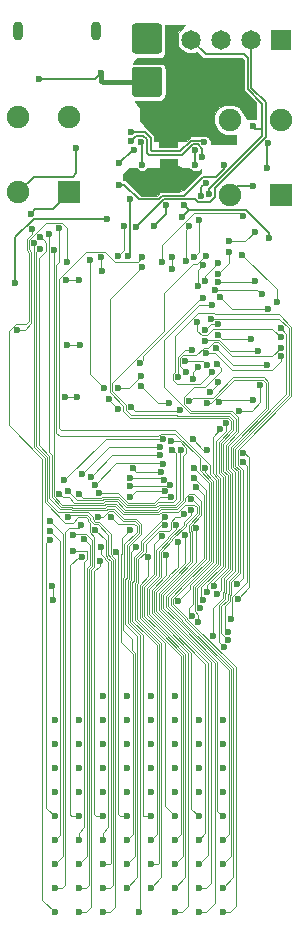
<source format=gbl>
G04 #@! TF.GenerationSoftware,KiCad,Pcbnew,5.1.8-db9833491~88~ubuntu16.04.1*
G04 #@! TF.CreationDate,2020-12-23T08:51:26-07:00*
G04 #@! TF.ProjectId,PoNS,506f4e53-2e6b-4696-9361-645f70636258,rev?*
G04 #@! TF.SameCoordinates,Original*
G04 #@! TF.FileFunction,Copper,L2,Bot*
G04 #@! TF.FilePolarity,Positive*
%FSLAX46Y46*%
G04 Gerber Fmt 4.6, Leading zero omitted, Abs format (unit mm)*
G04 Created by KiCad (PCBNEW 5.1.8-db9833491~88~ubuntu16.04.1) date 2020-12-23 08:51:26*
%MOMM*%
%LPD*%
G01*
G04 APERTURE LIST*
G04 #@! TA.AperFunction,NonConductor*
%ADD10C,0.100000*%
G04 #@! TD*
G04 #@! TA.AperFunction,ComponentPad*
%ADD11R,1.905000X1.905000*%
G04 #@! TD*
G04 #@! TA.AperFunction,ComponentPad*
%ADD12C,1.905000*%
G04 #@! TD*
G04 #@! TA.AperFunction,ComponentPad*
%ADD13C,1.651000*%
G04 #@! TD*
G04 #@! TA.AperFunction,ComponentPad*
%ADD14R,1.651000X1.651000*%
G04 #@! TD*
G04 #@! TA.AperFunction,ComponentPad*
%ADD15O,0.900000X1.600000*%
G04 #@! TD*
G04 #@! TA.AperFunction,ViaPad*
%ADD16C,0.600000*%
G04 #@! TD*
G04 #@! TA.AperFunction,Conductor*
%ADD17C,0.101600*%
G04 #@! TD*
G04 #@! TA.AperFunction,Conductor*
%ADD18C,0.200000*%
G04 #@! TD*
G04 #@! TA.AperFunction,Conductor*
%ADD19C,0.400000*%
G04 #@! TD*
G04 APERTURE END LIST*
D10*
G36*
X151993600Y-62280800D02*
G01*
X151993600Y-63398400D01*
X152196800Y-63703200D01*
X152704800Y-64008000D01*
X153314400Y-64008000D01*
X153619200Y-63906400D01*
X154127200Y-64414400D01*
X157378400Y-64414400D01*
X157581600Y-64617600D01*
X157581600Y-67157600D01*
X158597600Y-68173600D01*
X158597600Y-69596000D01*
X157784800Y-69596000D01*
X157175200Y-68580000D01*
X156667200Y-68376800D01*
X155956000Y-68376800D01*
X155346400Y-68681600D01*
X155041600Y-69291200D01*
X155041600Y-69900800D01*
X155346400Y-70510400D01*
X155651200Y-70815200D01*
X156057600Y-70916800D01*
X156870400Y-70916800D01*
X156870400Y-71729600D01*
X154736800Y-71729600D01*
X154736800Y-71424800D01*
X154533600Y-71120000D01*
X154228800Y-71018400D01*
X153111200Y-71018400D01*
X152704800Y-71424800D01*
X151892000Y-71424800D01*
X151892000Y-71932800D01*
X150368000Y-71932800D01*
X150368000Y-71424800D01*
X149961600Y-71424800D01*
X149961600Y-71018400D01*
X148742400Y-69799200D01*
X148742400Y-68681600D01*
X148336000Y-68173600D01*
X148336000Y-68072000D01*
X150571200Y-68072000D01*
X150876000Y-67767200D01*
X150977600Y-67360800D01*
X150977600Y-65532000D01*
X150876000Y-65024000D01*
X150672800Y-64922400D01*
X148132800Y-64922400D01*
X148336000Y-64617600D01*
X148539200Y-64414400D01*
X150571200Y-64414400D01*
X150774400Y-64312800D01*
X150876000Y-64008000D01*
X150876000Y-61671200D01*
X152603200Y-61671200D01*
X151993600Y-62280800D01*
G37*
X151993600Y-62280800D02*
X151993600Y-63398400D01*
X152196800Y-63703200D01*
X152704800Y-64008000D01*
X153314400Y-64008000D01*
X153619200Y-63906400D01*
X154127200Y-64414400D01*
X157378400Y-64414400D01*
X157581600Y-64617600D01*
X157581600Y-67157600D01*
X158597600Y-68173600D01*
X158597600Y-69596000D01*
X157784800Y-69596000D01*
X157175200Y-68580000D01*
X156667200Y-68376800D01*
X155956000Y-68376800D01*
X155346400Y-68681600D01*
X155041600Y-69291200D01*
X155041600Y-69900800D01*
X155346400Y-70510400D01*
X155651200Y-70815200D01*
X156057600Y-70916800D01*
X156870400Y-70916800D01*
X156870400Y-71729600D01*
X154736800Y-71729600D01*
X154736800Y-71424800D01*
X154533600Y-71120000D01*
X154228800Y-71018400D01*
X153111200Y-71018400D01*
X152704800Y-71424800D01*
X151892000Y-71424800D01*
X151892000Y-71932800D01*
X150368000Y-71932800D01*
X150368000Y-71424800D01*
X149961600Y-71424800D01*
X149961600Y-71018400D01*
X148742400Y-69799200D01*
X148742400Y-68681600D01*
X148336000Y-68173600D01*
X148336000Y-68072000D01*
X150571200Y-68072000D01*
X150876000Y-67767200D01*
X150977600Y-67360800D01*
X150977600Y-65532000D01*
X150876000Y-65024000D01*
X150672800Y-64922400D01*
X148132800Y-64922400D01*
X148336000Y-64617600D01*
X148539200Y-64414400D01*
X150571200Y-64414400D01*
X150774400Y-64312800D01*
X150876000Y-64008000D01*
X150876000Y-61671200D01*
X152603200Y-61671200D01*
X151993600Y-62280800D01*
G36*
X151892000Y-73456800D02*
G01*
X151993600Y-73558400D01*
X152400000Y-73761600D01*
X152908000Y-73761600D01*
X153212800Y-73964800D01*
X153720800Y-73964800D01*
X153924000Y-73863200D01*
X153924000Y-74168000D01*
X152501600Y-75590400D01*
X152298400Y-75590400D01*
X152095200Y-75793600D01*
X150469600Y-75793600D01*
X150164800Y-76098400D01*
X148844000Y-76098400D01*
X147523200Y-74777600D01*
X147320000Y-74777600D01*
X147320000Y-74269600D01*
X147828000Y-73761600D01*
X148539200Y-73761600D01*
X148742400Y-73964800D01*
X149148800Y-73964800D01*
X149352000Y-73761600D01*
X150469600Y-73761600D01*
X150469600Y-72948800D01*
X151892000Y-72948800D01*
X151892000Y-73456800D01*
G37*
X151892000Y-73456800D02*
X151993600Y-73558400D01*
X152400000Y-73761600D01*
X152908000Y-73761600D01*
X153212800Y-73964800D01*
X153720800Y-73964800D01*
X153924000Y-73863200D01*
X153924000Y-74168000D01*
X152501600Y-75590400D01*
X152298400Y-75590400D01*
X152095200Y-75793600D01*
X150469600Y-75793600D01*
X150164800Y-76098400D01*
X148844000Y-76098400D01*
X147523200Y-74777600D01*
X147320000Y-74777600D01*
X147320000Y-74269600D01*
X147828000Y-73761600D01*
X148539200Y-73761600D01*
X148742400Y-73964800D01*
X149148800Y-73964800D01*
X149352000Y-73761600D01*
X150469600Y-73761600D01*
X150469600Y-72948800D01*
X151892000Y-72948800D01*
X151892000Y-73456800D01*
G04 #@! TA.AperFunction,ComponentPad*
G36*
G01*
X148077000Y-67471401D02*
X148077000Y-65421399D01*
G75*
G02*
X148326999Y-65171400I249999J0D01*
G01*
X150377001Y-65171400D01*
G75*
G02*
X150627000Y-65421399I0J-249999D01*
G01*
X150627000Y-67471401D01*
G75*
G02*
X150377001Y-67721400I-249999J0D01*
G01*
X148326999Y-67721400D01*
G75*
G02*
X148077000Y-67471401I0J249999D01*
G01*
G37*
G04 #@! TD.AperFunction*
G04 #@! TA.AperFunction,ComponentPad*
G36*
G01*
X148077000Y-63813801D02*
X148077000Y-61763799D01*
G75*
G02*
X148326999Y-61513800I249999J0D01*
G01*
X150377001Y-61513800D01*
G75*
G02*
X150627000Y-61763799I0J-249999D01*
G01*
X150627000Y-63813801D01*
G75*
G02*
X150377001Y-64063800I-249999J0D01*
G01*
X148326999Y-64063800D01*
G75*
G02*
X148077000Y-63813801I0J249999D01*
G01*
G37*
G04 #@! TD.AperFunction*
D11*
X142773400Y-75819000D03*
D12*
X138455400Y-75819000D03*
X138455400Y-69453000D03*
X142773400Y-69453000D03*
D11*
X160655000Y-76022200D03*
D12*
X156337000Y-76022200D03*
X156337000Y-69656200D03*
X160655000Y-69656200D03*
D13*
X153111200Y-62890400D03*
X155651200Y-62890400D03*
X158191200Y-62890400D03*
D14*
X160731200Y-62890400D03*
D15*
X138393900Y-62166500D03*
X144993900Y-62166500D03*
D16*
X151790400Y-74066400D03*
X150266400Y-74574400D03*
X150876000Y-74574400D03*
X151485600Y-74574400D03*
X152704800Y-74574400D03*
X149047200Y-74574400D03*
X148437600Y-74574400D03*
X150571200Y-75082400D03*
X151790400Y-75082400D03*
X149656800Y-75590400D03*
X149047200Y-75590400D03*
X150164800Y-70510400D03*
X151384000Y-70510400D03*
X151688800Y-71018400D03*
X152603200Y-70510400D03*
X153517600Y-70002400D03*
X150164800Y-69494400D03*
X154432000Y-70510400D03*
X154432000Y-69494400D03*
X154127200Y-68986400D03*
X152298400Y-68986400D03*
X151079200Y-68986400D03*
X150469600Y-68986400D03*
X149250400Y-68986400D03*
X151384000Y-68478400D03*
X152603200Y-68478400D03*
X153212800Y-68478400D03*
X153822400Y-68478400D03*
X151688800Y-66852800D03*
X151688800Y-65328800D03*
X151688800Y-63906400D03*
X152298400Y-64617600D03*
X152298400Y-66141600D03*
X152298400Y-67564000D03*
X154838400Y-68376800D03*
X153111200Y-65328800D03*
X153009600Y-66751200D03*
X153416000Y-67564000D03*
X154838400Y-67259200D03*
X154025600Y-66141600D03*
X155143200Y-65735200D03*
X156565600Y-65735200D03*
X155956000Y-66852800D03*
X156870400Y-67056000D03*
X154127200Y-67970400D03*
X154025600Y-67056000D03*
X154940000Y-66446400D03*
X155854400Y-66141600D03*
X151993600Y-69494400D03*
X151993600Y-70510400D03*
X150774400Y-70510400D03*
X141528800Y-136753600D03*
X139598400Y-78943200D03*
X153416000Y-72237600D03*
X153416000Y-73456800D03*
X158292800Y-75285600D03*
X154330400Y-74980800D03*
X153945565Y-76162955D03*
X143357600Y-72034400D03*
X140208000Y-66243200D03*
X145491200Y-65735200D03*
X142443200Y-93167200D03*
X143459200Y-93167200D03*
X142544800Y-88696800D03*
X143560800Y-83210400D03*
X151485600Y-81280000D03*
X145491200Y-81280000D03*
X143648429Y-88710771D03*
X151476056Y-82305405D03*
X155340797Y-81799565D03*
X146887316Y-94174114D03*
X147995285Y-94004180D03*
X154234438Y-87464812D03*
X154253601Y-83292944D03*
X152117536Y-94266527D03*
X155327076Y-86955023D03*
X152603209Y-90051653D03*
X154434744Y-90426744D03*
X146110908Y-93277029D03*
X142457171Y-83224371D03*
X145525492Y-82506157D03*
X138176000Y-83515200D03*
X159662092Y-79707508D03*
X145932900Y-78064100D03*
X152331979Y-77919210D03*
X152501600Y-76911200D03*
X158292800Y-70205600D03*
X154624775Y-75977847D03*
X155752800Y-134721600D03*
X141928653Y-101330355D03*
X153347082Y-99177849D03*
X151392841Y-96899724D03*
X153720800Y-134721600D03*
X142646400Y-101092000D03*
X152187726Y-97645645D03*
X153096758Y-101803207D03*
X151688800Y-134721600D03*
X143572709Y-101380767D03*
X151489696Y-97593003D03*
X153096981Y-102704821D03*
X149656800Y-134721600D03*
X142314606Y-100205410D03*
X150726530Y-96685167D03*
X152470478Y-103027029D03*
X147624800Y-134721600D03*
X145200904Y-103271910D03*
X145592800Y-134721600D03*
X142646400Y-103327200D03*
X143560800Y-134721600D03*
X143077111Y-104848942D03*
X141528800Y-134721600D03*
X143777176Y-104003445D03*
X155752800Y-132689600D03*
X143816916Y-99675156D03*
X153314400Y-99974394D03*
X150479442Y-97340120D03*
X153720800Y-132689600D03*
X144576800Y-99872800D03*
X150410017Y-98036681D03*
X152541866Y-104830830D03*
X151688800Y-132689600D03*
X144902590Y-100550555D03*
X150677116Y-98778532D03*
X151790400Y-103936796D03*
X149656800Y-132689600D03*
X145239907Y-101245033D03*
X151361272Y-101594277D03*
X150849702Y-104002285D03*
X147624800Y-132689600D03*
X146304127Y-103266850D03*
X145592800Y-132689600D03*
X144983223Y-104375132D03*
X143560800Y-132689600D03*
X143969881Y-105163357D03*
X141528800Y-132689600D03*
X141122400Y-103632000D03*
X141528800Y-130657600D03*
X141122400Y-104444800D03*
X143560800Y-130657600D03*
X143052808Y-106153775D03*
X145592800Y-130657600D03*
X145423120Y-105881576D03*
X147624800Y-130657600D03*
X147921317Y-104360375D03*
X149656800Y-130657600D03*
X147936497Y-101627910D03*
X150840615Y-103302332D03*
X150854400Y-101111474D03*
X151688800Y-130657600D03*
X147936432Y-100699749D03*
X150637743Y-104903896D03*
X151308898Y-100579068D03*
X153720800Y-130657600D03*
X150753308Y-100145258D03*
X147939677Y-99999745D03*
X151950576Y-105417778D03*
X155752800Y-130657600D03*
X148132800Y-99161600D03*
X150547288Y-99466400D03*
X153463007Y-100775338D03*
X141528800Y-128625600D03*
X141126873Y-105216357D03*
X143560800Y-128625600D03*
X143839287Y-106671077D03*
X145592800Y-128625600D03*
X145345731Y-106984804D03*
X147624800Y-128625600D03*
X146747364Y-106228893D03*
X149656800Y-128625600D03*
X148390177Y-105866816D03*
X151688800Y-128625600D03*
X149453599Y-106680001D03*
X153720800Y-128625600D03*
X150977596Y-106476796D03*
X155752800Y-128625600D03*
X153520180Y-104219456D03*
X155752800Y-126593600D03*
X156425379Y-111909159D03*
X153212800Y-96723200D03*
X154460676Y-97637600D03*
X157480000Y-98653600D03*
X153720800Y-126593600D03*
X155856418Y-114331663D03*
X152925556Y-93484697D03*
X151688800Y-126593600D03*
X148844000Y-92211568D03*
X151214419Y-93625323D03*
X154918915Y-113394185D03*
X154452230Y-93640116D03*
X149656800Y-126593600D03*
X147624800Y-126593600D03*
X160655325Y-88988819D03*
X152671249Y-91020812D03*
X145592800Y-126593600D03*
X151993589Y-110439189D03*
X154259068Y-99128752D03*
X143560800Y-126593600D03*
X158954890Y-92130898D03*
X157175200Y-94284800D03*
X141528800Y-126593600D03*
X158337741Y-93370400D03*
X155448000Y-93590692D03*
X155752800Y-124561600D03*
X157016400Y-110227214D03*
X157480000Y-97840800D03*
X155346762Y-91857950D03*
X154637466Y-92738504D03*
X153720800Y-124561600D03*
X156937682Y-108938082D03*
X154832420Y-91033600D03*
X151688800Y-124561600D03*
X155308346Y-109780801D03*
X155281137Y-90387663D03*
X149656800Y-124561600D03*
X141349405Y-110361405D03*
X141321477Y-109114277D03*
X153633164Y-90613236D03*
X153212800Y-91590515D03*
X148844000Y-91338400D03*
X146913600Y-92354400D03*
X142544800Y-81686400D03*
X144560829Y-81559020D03*
X145694400Y-92354400D03*
X138379200Y-87477600D03*
X147624800Y-124561600D03*
X160695072Y-89687701D03*
X154330400Y-89408000D03*
X145592800Y-124561600D03*
X159547395Y-90414995D03*
X155159613Y-88978550D03*
X143560800Y-124540761D03*
X158745651Y-89230083D03*
X154228800Y-88392000D03*
X158136120Y-88248812D03*
X141528778Y-124561578D03*
X155338239Y-87856634D03*
X155752800Y-122529600D03*
X156223748Y-113021188D03*
X154796178Y-86498774D03*
X153720800Y-122529600D03*
X160650630Y-88087194D03*
X153619200Y-86766400D03*
X151688800Y-122529600D03*
X154836014Y-85344004D03*
X154987188Y-109158809D03*
X149656800Y-122529600D03*
X153828193Y-111025292D03*
X148742400Y-90290138D03*
X154109869Y-84791590D03*
X156014990Y-95372821D03*
X147624800Y-122529600D03*
X159613600Y-85648800D03*
X155542365Y-84644024D03*
X145592800Y-122529600D03*
X159049204Y-84455717D03*
X155117391Y-84087774D03*
X143560800Y-122529600D03*
X155354698Y-83426302D03*
X158495998Y-83312000D03*
X141528800Y-122529600D03*
X155379791Y-82701177D03*
X156322426Y-80829190D03*
X155752800Y-120497600D03*
X157378400Y-81076800D03*
X160650630Y-87269637D03*
X160328429Y-85058192D03*
X156223748Y-113721191D03*
X153720800Y-120497600D03*
X158452713Y-79135657D03*
X156258815Y-79927579D03*
X151688800Y-120497600D03*
X154330400Y-81178400D03*
X154406735Y-109683646D03*
X149656800Y-120497600D03*
X154127192Y-81988110D03*
X153687873Y-83705217D03*
X153696321Y-112171568D03*
X155540496Y-95887477D03*
X153176421Y-89142974D03*
X151993600Y-91440000D03*
X147624800Y-120497600D03*
X153314400Y-81263100D03*
X153720800Y-78130400D03*
X145592800Y-120497600D03*
X152908000Y-78679190D03*
X152651190Y-81605584D03*
X143560800Y-120497600D03*
X141528800Y-120497600D03*
X150977600Y-76911200D03*
X149961600Y-78682800D03*
X151688800Y-118465600D03*
X154055385Y-110319756D03*
X148945600Y-82092800D03*
X149656800Y-118465600D03*
X148945600Y-81292799D03*
X153188089Y-111689919D03*
X147726400Y-81235600D03*
X147929600Y-76411200D03*
X159512000Y-73761600D03*
X159616928Y-71631328D03*
X148437600Y-78740000D03*
X147624800Y-118465600D03*
X147421600Y-78638400D03*
X146913600Y-81235590D03*
X145592800Y-118465600D03*
X155752800Y-136753600D03*
X141935200Y-78854400D03*
X153720800Y-136753600D03*
X141471600Y-80714800D03*
X151688800Y-136753600D03*
X141038408Y-79305200D03*
X148640800Y-136753600D03*
X140296576Y-79565824D03*
X145592800Y-136753600D03*
X140252400Y-80607410D03*
X143560800Y-136753600D03*
X139801600Y-80060800D03*
X154025600Y-72847200D03*
X148031200Y-71424800D03*
X148234400Y-72237600D03*
X147015200Y-73355200D03*
X150630043Y-81729157D03*
X157480000Y-77825600D03*
X139484445Y-77610045D03*
X148945600Y-73456800D03*
X148844000Y-71526400D03*
X155854400Y-73456800D03*
X147015200Y-75184000D03*
X154190355Y-71564845D03*
X148031200Y-70713600D03*
D17*
X137668000Y-95548009D02*
X137668000Y-88595200D01*
X141528800Y-136753600D02*
X140469798Y-135694598D01*
X140469798Y-98349807D02*
X137668000Y-95548009D01*
X140469798Y-135694598D02*
X140469798Y-98349807D01*
X137668000Y-87521614D02*
X138220014Y-86969600D01*
X137668000Y-88595200D02*
X137668000Y-87521614D01*
X139090400Y-86969600D02*
X139347571Y-86712429D01*
X138220014Y-86969600D02*
X139090400Y-86969600D01*
X139347571Y-80907889D02*
X139149189Y-80709508D01*
X139347571Y-86712429D02*
X139347571Y-80907889D01*
X139149189Y-79760906D02*
X139357296Y-79552800D01*
X139149189Y-80709508D02*
X139149189Y-79760906D01*
X139598400Y-79311696D02*
X139598400Y-78943200D01*
X139357296Y-79552800D02*
X139598400Y-79311696D01*
D18*
X153416000Y-72237600D02*
X153416000Y-73456800D01*
X157073600Y-75285600D02*
X156337000Y-76022200D01*
X158292800Y-75285600D02*
X157073600Y-75285600D01*
X154330400Y-74980800D02*
X153945565Y-75365635D01*
X153945565Y-75365635D02*
X153945565Y-76162955D01*
X143357600Y-72034400D02*
X143357600Y-74168000D01*
X143357600Y-74168000D02*
X143052800Y-74472800D01*
X139801600Y-74472800D02*
X138455400Y-75819000D01*
X143052800Y-74472800D02*
X139801600Y-74472800D01*
X140208000Y-66243200D02*
X144983200Y-66243200D01*
D19*
X149352000Y-66446400D02*
X145592800Y-66446400D01*
D18*
X144983200Y-66243200D02*
X145491200Y-65735200D01*
D19*
X145592800Y-66446400D02*
X145491200Y-66344800D01*
X145491200Y-66344800D02*
X145491200Y-65735200D01*
D17*
X142443200Y-93167200D02*
X143459200Y-93167200D01*
X142544800Y-88696800D02*
X143634458Y-88696800D01*
X143634458Y-88696800D02*
X143648429Y-88710771D01*
X151485600Y-81280000D02*
X151485600Y-82295861D01*
X151485600Y-82295861D02*
X151476056Y-82305405D01*
X154253601Y-82886761D02*
X154253601Y-83292944D01*
X155340797Y-81799565D02*
X154253601Y-82886761D01*
X152079884Y-94304179D02*
X152117536Y-94266527D01*
X147995285Y-94004180D02*
X148295284Y-94304179D01*
X148295284Y-94304179D02*
X152079884Y-94304179D01*
X154234438Y-87464812D02*
X154744227Y-86955023D01*
X154744227Y-86955023D02*
X155327076Y-86955023D01*
X152603209Y-90051653D02*
X154059653Y-90051653D01*
X154059653Y-90051653D02*
X154434744Y-90426744D01*
X146110908Y-93397706D02*
X146110908Y-93277029D01*
X146887316Y-94174114D02*
X146110908Y-93397706D01*
X142471142Y-83210400D02*
X142457171Y-83224371D01*
X143560800Y-83210400D02*
X142471142Y-83210400D01*
X145491200Y-82471865D02*
X145525492Y-82506157D01*
X145491200Y-81280000D02*
X145491200Y-82471865D01*
D18*
X138176000Y-79625598D02*
X139737498Y-78064100D01*
X138176000Y-83515200D02*
X138176000Y-79625598D01*
X139737498Y-78064100D02*
X145932900Y-78064100D01*
X159662092Y-79707508D02*
X159662092Y-79283244D01*
X159662092Y-79283244D02*
X157696448Y-77317600D01*
X157696448Y-77317600D02*
X152933589Y-77317600D01*
X152933589Y-77317600D02*
X152331979Y-77919210D01*
X152908000Y-77317600D02*
X152501600Y-76911200D01*
X152933589Y-77317600D02*
X152908000Y-77317600D01*
X158518668Y-70431468D02*
X158292800Y-70205600D01*
X159110390Y-70431468D02*
X158518668Y-70431468D01*
X159110390Y-71003746D02*
X154624775Y-75489361D01*
X159110390Y-70431468D02*
X159110390Y-71003746D01*
X154624775Y-75489361D02*
X154624775Y-75977847D01*
X154330400Y-64109600D02*
X153111200Y-62890400D01*
X157581600Y-64109600D02*
X154330400Y-64109600D01*
X159110390Y-70431468D02*
X159110390Y-68297868D01*
X159110390Y-68297868D02*
X157886400Y-67073878D01*
X157886400Y-67073878D02*
X157886400Y-64414400D01*
X157886400Y-64414400D02*
X157581600Y-64109600D01*
D17*
X150423484Y-102448300D02*
X151811780Y-102448300D01*
X142733164Y-101630354D02*
X143204406Y-102101596D01*
X152107884Y-96899724D02*
X151392841Y-96899724D01*
X152638527Y-97430367D02*
X152107884Y-96899724D01*
X152638527Y-97862030D02*
X152638527Y-97430367D01*
X147498847Y-102683545D02*
X150188239Y-102683545D01*
X150188239Y-102683545D02*
X150423484Y-102448300D01*
X145649792Y-102101596D02*
X145770037Y-101981351D01*
X152379606Y-98120951D02*
X152638527Y-97862030D01*
X143204406Y-102101596D02*
X145649792Y-102101596D01*
X152379606Y-101880474D02*
X152379606Y-98120951D01*
X142228652Y-101630354D02*
X142733164Y-101630354D01*
X151811780Y-102448300D02*
X152379606Y-101880474D01*
X145770037Y-101981351D02*
X146796654Y-101981351D01*
X141928653Y-101330355D02*
X142228652Y-101630354D01*
X146796654Y-101981351D02*
X147498847Y-102683545D01*
X151341176Y-110739085D02*
X151341176Y-110139293D01*
X152591701Y-108884129D02*
X154555836Y-106919994D01*
X153347082Y-99179562D02*
X153347082Y-99177849D01*
X154555836Y-100388316D02*
X153347082Y-99179562D01*
X154555836Y-106919994D02*
X154555836Y-100388316D01*
X152544122Y-111942031D02*
X151341176Y-110739085D01*
X152591701Y-108888768D02*
X152591701Y-108884129D01*
X151341176Y-110139293D02*
X152591701Y-108888768D01*
X156668789Y-116106018D02*
X152544122Y-111981351D01*
X156668789Y-133805611D02*
X156668789Y-116106018D01*
X152544122Y-111981351D02*
X152544122Y-111942031D01*
X155752800Y-134721600D02*
X156668789Y-133805611D01*
X152148005Y-97685366D02*
X152187726Y-97645645D01*
X151728270Y-102246689D02*
X152148005Y-101826954D01*
X146880164Y-101779740D02*
X147582357Y-102481934D01*
X145686527Y-101779740D02*
X146880164Y-101779740D01*
X145566282Y-101899985D02*
X145686527Y-101779740D01*
X147582357Y-102481934D02*
X150104729Y-102481934D01*
X142646400Y-101092000D02*
X143454385Y-101899985D01*
X152148005Y-101826954D02*
X152148005Y-97685366D01*
X143454385Y-101899985D02*
X145566282Y-101899985D01*
X150104729Y-102481934D02*
X150339974Y-102246689D01*
X150339974Y-102246689D02*
X151728270Y-102246689D01*
X152992668Y-104614444D02*
X152865187Y-104486963D01*
X153749402Y-102370640D02*
X153181969Y-101803207D01*
X151601168Y-108430354D02*
X152992668Y-107038854D01*
X151601168Y-108453696D02*
X151601168Y-108430354D01*
X152992668Y-107038854D02*
X152992668Y-104614444D01*
X151536067Y-112359581D02*
X150333121Y-111156635D01*
X153181969Y-101803207D02*
X153096758Y-101803207D01*
X154735210Y-115598044D02*
X151536067Y-112398901D01*
X153720800Y-134721600D02*
X154322400Y-134721600D01*
X152865187Y-104486963D02*
X152865187Y-103941704D01*
X151536067Y-112398901D02*
X151536067Y-112359581D01*
X154322400Y-134721600D02*
X154735210Y-134308790D01*
X154735210Y-134308790D02*
X154735210Y-115598044D01*
X150333121Y-109721743D02*
X151601168Y-108453696D01*
X152865187Y-103941704D02*
X153749402Y-103057489D01*
X150333121Y-111156635D02*
X150333121Y-109721743D01*
X153749402Y-103057489D02*
X153749402Y-102370640D01*
X143572709Y-101380767D02*
X143887777Y-101695835D01*
X145573999Y-101578129D02*
X146963674Y-101578129D01*
X151812073Y-101810662D02*
X151812073Y-97915380D01*
X147665867Y-102280323D02*
X150021219Y-102280323D01*
X151789695Y-97893002D02*
X151489696Y-97593003D01*
X151812073Y-97915380D02*
X151789695Y-97893002D01*
X143887777Y-101695835D02*
X145456293Y-101695835D01*
X146963674Y-101578129D02*
X147665867Y-102280323D01*
X150021219Y-102280323D02*
X150256464Y-102045078D01*
X145456293Y-101695835D02*
X145573999Y-101578129D01*
X151577657Y-102045078D02*
X151812073Y-101810662D01*
X150256464Y-102045078D02*
X151577657Y-102045078D01*
X152603200Y-133807200D02*
X152603200Y-114891639D01*
X150528012Y-112777131D02*
X149325066Y-111574185D01*
X149325066Y-111574185D02*
X149325066Y-109304193D01*
X151298163Y-105117882D02*
X152461965Y-103954080D01*
X152461965Y-103764101D02*
X153096981Y-103129085D01*
X153096981Y-103129085D02*
X153096981Y-102704821D01*
X152461965Y-103954080D02*
X152461965Y-103764101D01*
X151298163Y-105197823D02*
X151298163Y-105117882D01*
X150528012Y-112816451D02*
X150528012Y-112777131D01*
X150325183Y-106170803D02*
X151298163Y-105197823D01*
X152603200Y-114891639D02*
X150528012Y-112816451D01*
X150325183Y-108304077D02*
X150325183Y-106170803D01*
X149325066Y-109304193D02*
X150325183Y-108304077D01*
X151688800Y-134721600D02*
X152603200Y-133807200D01*
X142314606Y-100205410D02*
X145834679Y-96685337D01*
X145834679Y-96685337D02*
X150726360Y-96685337D01*
X150726360Y-96685337D02*
X150726530Y-96685167D01*
X151339598Y-103720414D02*
X151732984Y-103327028D01*
X148620233Y-106874188D02*
X149244200Y-106250221D01*
X149721568Y-113111171D02*
X148518630Y-111908233D01*
X152170479Y-103327028D02*
X152470478Y-103027029D01*
X148518630Y-108970148D02*
X148620233Y-108868545D01*
X149244200Y-105603757D02*
X150394871Y-104453086D01*
X149244200Y-106250221D02*
X149244200Y-105603757D01*
X150394871Y-104453086D02*
X151173965Y-104453086D01*
X151339598Y-104287453D02*
X151339598Y-103720414D01*
X149656800Y-134721600D02*
X150571200Y-133807200D01*
X150571200Y-133807200D02*
X150571200Y-114000122D01*
X148518630Y-111908233D02*
X148518630Y-108970148D01*
X151173965Y-104453086D02*
X151339598Y-104287453D01*
X149721568Y-113150491D02*
X149721568Y-113111171D01*
X150571200Y-114000122D02*
X149721568Y-113150491D01*
X148620233Y-108868545D02*
X148620233Y-106874188D01*
X151732984Y-103327028D02*
X152170479Y-103327028D01*
X146109282Y-102787796D02*
X145625168Y-103271910D01*
X148306125Y-103660880D02*
X147335699Y-103660880D01*
X148658642Y-104013397D02*
X148306125Y-103660880D01*
X147612178Y-108450989D02*
X147612178Y-105672407D01*
X147510567Y-108552600D02*
X147612178Y-108450989D01*
X146462616Y-102787796D02*
X146109282Y-102787796D01*
X148539200Y-113354407D02*
X147510567Y-112325775D01*
X147335699Y-103660880D02*
X146462616Y-102787796D01*
X148658642Y-104625943D02*
X148658642Y-104013397D01*
X148539200Y-133807200D02*
X148539200Y-113354407D01*
X145625168Y-103271910D02*
X145200904Y-103271910D01*
X147624800Y-134721600D02*
X148539200Y-133807200D01*
X147612178Y-105672407D02*
X148658642Y-104625943D01*
X147510567Y-112325775D02*
X147510567Y-108552600D01*
X146199755Y-106601392D02*
X146075542Y-106477180D01*
X146194400Y-134721600D02*
X146464388Y-134451612D01*
X146464388Y-106933845D02*
X146199755Y-106669212D01*
X146075542Y-104800263D02*
X145199609Y-103924330D01*
X144548491Y-103576168D02*
X144548491Y-103426998D01*
X145592800Y-134721600D02*
X146194400Y-134721600D01*
X146075542Y-106477180D02*
X146075542Y-104800263D01*
X144548491Y-103426998D02*
X144231144Y-103109651D01*
X146199755Y-106669212D02*
X146199755Y-106601392D01*
X145199609Y-103924330D02*
X144896653Y-103924330D01*
X144231144Y-103109651D02*
X142863949Y-103109651D01*
X146464388Y-134451612D02*
X146464388Y-106933845D01*
X144896653Y-103924330D02*
X144548491Y-103576168D01*
X142863949Y-103109651D02*
X142646400Y-103327200D01*
X143560800Y-134721600D02*
X144162400Y-134721600D01*
X144162400Y-134721600D02*
X144432388Y-134451612D01*
X144432388Y-134451612D02*
X144432388Y-107700902D01*
X144161295Y-104712555D02*
X143213498Y-104712555D01*
X143213498Y-104712555D02*
X143077111Y-104848942D01*
X144693310Y-107439980D02*
X144693310Y-105244570D01*
X144432388Y-107700902D02*
X144693310Y-107439980D01*
X144693310Y-105244570D02*
X144161295Y-104712555D01*
X141528800Y-134721600D02*
X142130400Y-134721600D01*
X142777215Y-104196529D02*
X143584092Y-104196529D01*
X143584092Y-104196529D02*
X143777176Y-104003445D01*
X142400387Y-104573357D02*
X142777215Y-104196529D01*
X142400387Y-134451613D02*
X142400387Y-104573357D01*
X142130400Y-134721600D02*
X142400387Y-134451613D01*
X146151952Y-97340120D02*
X150479442Y-97340120D01*
X143816916Y-99675156D02*
X146151952Y-97340120D01*
X151139565Y-110055783D02*
X151139565Y-110822595D01*
X156467178Y-131975222D02*
X155752800Y-132689600D01*
X153314400Y-99974394D02*
X154354225Y-101014219D01*
X152342511Y-112064861D02*
X156467178Y-116189528D01*
X154354225Y-106836482D02*
X152390090Y-108800617D01*
X152342511Y-112025541D02*
X152342511Y-112064861D01*
X156467178Y-116189528D02*
X156467178Y-131975222D01*
X152390090Y-108805258D02*
X151139565Y-110055783D01*
X151139565Y-110822595D02*
X152342511Y-112025541D01*
X152390090Y-108800617D02*
X152390090Y-108805258D01*
X154354225Y-101014219D02*
X154354225Y-106836482D01*
X144576800Y-99872800D02*
X146412919Y-98036681D01*
X146412919Y-98036681D02*
X150410017Y-98036681D01*
X151334456Y-112443091D02*
X150131510Y-111240145D01*
X151399557Y-108370186D02*
X151399557Y-108343060D01*
X151399557Y-108343060D02*
X152541866Y-107200751D01*
X153720800Y-132689600D02*
X154492377Y-131918023D01*
X151334456Y-112482411D02*
X151334456Y-112443091D01*
X150131510Y-111240145D02*
X150131510Y-109638233D01*
X152541866Y-107200751D02*
X152541866Y-104830830D01*
X154492377Y-115640332D02*
X151334456Y-112482411D01*
X150131510Y-109638233D02*
X151399557Y-108370186D01*
X154492377Y-131918023D02*
X154492377Y-115640332D01*
X144902590Y-100550555D02*
X146742346Y-98710799D01*
X150609383Y-98710799D02*
X150677116Y-98778532D01*
X146742346Y-98710799D02*
X150609383Y-98710799D01*
X151096552Y-105112273D02*
X151096552Y-105034372D01*
X150326401Y-112860641D02*
X149123455Y-111657695D01*
X150326401Y-112899961D02*
X150326401Y-112860641D01*
X149123455Y-109220683D02*
X150123572Y-108220567D01*
X152400000Y-114973560D02*
X150326401Y-112899961D01*
X151688800Y-132689600D02*
X152400000Y-131978400D01*
X151096552Y-105034372D02*
X151790400Y-104340524D01*
X150123572Y-106085253D02*
X151096552Y-105112273D01*
X150123572Y-108220567D02*
X150123572Y-106085253D01*
X149123455Y-111657695D02*
X149123455Y-109220683D01*
X152400000Y-131978400D02*
X152400000Y-114973560D01*
X151790400Y-104340524D02*
X151790400Y-103936796D01*
X148418622Y-106790678D02*
X149042589Y-106166711D01*
X145239907Y-101245033D02*
X146915698Y-101245033D01*
X149042589Y-105513128D02*
X150553432Y-104002285D01*
X148317019Y-108886638D02*
X148418622Y-108785035D01*
X149937709Y-102078712D02*
X150422144Y-101594277D01*
X149519957Y-113234001D02*
X149519957Y-113194681D01*
X149656800Y-132689600D02*
X150258400Y-132689600D01*
X147749377Y-102078712D02*
X149937709Y-102078712D01*
X149519957Y-113194681D02*
X148317019Y-111991743D01*
X150258400Y-132689600D02*
X150368000Y-132580000D01*
X148317019Y-111991743D02*
X148317019Y-108886638D01*
X150553432Y-104002285D02*
X150849702Y-104002285D01*
X149042589Y-106166711D02*
X149042589Y-105513128D01*
X150368000Y-114082043D02*
X149519957Y-113234001D01*
X148418622Y-108785035D02*
X148418622Y-106790678D01*
X150368000Y-132580000D02*
X150368000Y-114082043D01*
X146915698Y-101245033D02*
X147749377Y-102078712D01*
X150422144Y-101594277D02*
X151361272Y-101594277D01*
X147624800Y-132689600D02*
X148336000Y-131978400D01*
X148336000Y-131978400D02*
X148336000Y-115112800D01*
X148091579Y-114543898D02*
X148091579Y-113611799D01*
X148336000Y-114788318D02*
X148091579Y-114543898D01*
X148336000Y-115112800D02*
X148336000Y-114788318D01*
X148091579Y-113611799D02*
X148091581Y-113611797D01*
X148091579Y-113611799D02*
X148091579Y-113611798D01*
X147308956Y-112829176D02*
X147308956Y-108469085D01*
X148457031Y-104542433D02*
X148457031Y-104096907D01*
X146899768Y-103862491D02*
X146304127Y-103266850D01*
X147380375Y-106548189D02*
X147399776Y-106528788D01*
X148091579Y-113611799D02*
X147308956Y-112829176D01*
X147308956Y-108469085D02*
X147380375Y-108397666D01*
X148222615Y-103862491D02*
X146899768Y-103862491D01*
X147399776Y-105599688D02*
X148457031Y-104542433D01*
X147380375Y-108397666D02*
X147380375Y-106548189D01*
X148457031Y-104096907D02*
X148222615Y-103862491D01*
X147399776Y-106528788D02*
X147399776Y-105599688D01*
X146262777Y-107017355D02*
X145998144Y-106752722D01*
X145592800Y-132689600D02*
X146194400Y-132689600D01*
X146194400Y-132689600D02*
X146262777Y-132621223D01*
X145873931Y-105265840D02*
X144983223Y-104375132D01*
X145998144Y-106752722D02*
X145998144Y-106684902D01*
X145998144Y-106684902D02*
X145873931Y-106560690D01*
X145873931Y-106560690D02*
X145873931Y-105265840D01*
X146262777Y-132621223D02*
X146262777Y-107017355D01*
X144230777Y-132019623D02*
X144230777Y-107617392D01*
X144230777Y-107617392D02*
X144491699Y-107356470D01*
X143560800Y-132689600D02*
X144230777Y-132019623D01*
X144491699Y-107356470D02*
X144491699Y-105685175D01*
X144491699Y-105685175D02*
X143969881Y-105163357D01*
X142198777Y-132019623D02*
X142198777Y-104708377D01*
X142198777Y-104708377D02*
X141122400Y-103632000D01*
X141528800Y-132689600D02*
X142198777Y-132019623D01*
X141981199Y-105303599D02*
X141122400Y-104444800D01*
X141981199Y-130205201D02*
X141981199Y-105303599D01*
X141528800Y-130657600D02*
X141981199Y-130205201D01*
X144290088Y-106173578D02*
X144270285Y-106153775D01*
X143560800Y-130056000D02*
X144029166Y-129587634D01*
X144029166Y-129587634D02*
X144029166Y-107148384D01*
X144270285Y-106153775D02*
X143052808Y-106153775D01*
X144290088Y-106887462D02*
X144290088Y-106173578D01*
X144029166Y-107148384D02*
X144290088Y-106887462D01*
X143560800Y-130657600D02*
X143560800Y-130056000D01*
X145592800Y-130056000D02*
X146061166Y-129587634D01*
X145796533Y-106768412D02*
X145423120Y-106394999D01*
X145592800Y-130657600D02*
X145592800Y-130056000D01*
X146061166Y-107100865D02*
X145796533Y-106836232D01*
X146061166Y-129587634D02*
X146061166Y-107100865D01*
X145423120Y-106394999D02*
X145423120Y-105881576D01*
X145796533Y-106836232D02*
X145796533Y-106768412D01*
X147198165Y-105083527D02*
X147921317Y-104360375D01*
X148132800Y-114909600D02*
X147107345Y-113884145D01*
X147178764Y-108314151D02*
X147178764Y-106464679D01*
X148132800Y-130149600D02*
X148132800Y-114909600D01*
X147107345Y-108385570D02*
X147178764Y-108314151D01*
X147198165Y-106445278D02*
X147198165Y-105083527D01*
X147107345Y-113884145D02*
X147107345Y-108385570D01*
X147624800Y-130657600D02*
X148132800Y-130149600D01*
X147178764Y-106464679D02*
X147198165Y-106445278D01*
X148217011Y-106707168D02*
X148840978Y-106083201D01*
X149318346Y-113317511D02*
X149318346Y-113278191D01*
X148840978Y-106083201D02*
X148840978Y-105301969D01*
X149656800Y-130657600D02*
X150164800Y-130149600D01*
X147936497Y-101627910D02*
X148452933Y-101111474D01*
X150164800Y-114163964D02*
X149318346Y-113317511D01*
X148115400Y-112075245D02*
X148115400Y-108803135D01*
X148452933Y-101111474D02*
X150854400Y-101111474D01*
X148217011Y-108701524D02*
X148217011Y-106707168D01*
X149318346Y-113278191D02*
X148115400Y-112075245D01*
X148115400Y-108803135D02*
X148217011Y-108701524D01*
X148840978Y-105301969D02*
X150840615Y-103302332D01*
X150164800Y-130149600D02*
X150164800Y-114163964D01*
X150124790Y-112983471D02*
X150124790Y-112944151D01*
X148921844Y-109137177D02*
X149913692Y-108145329D01*
X151227293Y-100660673D02*
X151308898Y-100579068D01*
X152196800Y-115055481D02*
X150124790Y-112983471D01*
X147936432Y-100699749D02*
X147975508Y-100660673D01*
X152196800Y-130149600D02*
X152196800Y-115055481D01*
X147975508Y-100660673D02*
X151227293Y-100660673D01*
X150124790Y-112944151D02*
X148921844Y-111741205D01*
X149913692Y-108145329D02*
X149913692Y-105627947D01*
X148921844Y-111741205D02*
X148921844Y-109137177D01*
X151688800Y-130657600D02*
X152196800Y-130149600D01*
X149913692Y-105627947D02*
X150637743Y-104903896D01*
X150607795Y-99999745D02*
X150753308Y-100145258D01*
X147939677Y-99999745D02*
X150607795Y-99999745D01*
X151201448Y-108251553D02*
X151950576Y-107502425D01*
X153720800Y-130657600D02*
X154287212Y-130091188D01*
X149929899Y-109554723D02*
X151201448Y-108283174D01*
X151201448Y-108283174D02*
X151201448Y-108251553D01*
X149929899Y-111323655D02*
X149929899Y-109554723D01*
X151132845Y-112526601D02*
X149929899Y-111323655D01*
X154287212Y-115720288D02*
X151132845Y-112565921D01*
X151132845Y-112565921D02*
X151132845Y-112526601D01*
X151950576Y-107502425D02*
X151950576Y-105417778D01*
X154287212Y-130091188D02*
X154287212Y-115720288D01*
X150547288Y-99466400D02*
X148437600Y-99466400D01*
X148437600Y-99466400D02*
X148132800Y-99161600D01*
X156255999Y-130154401D02*
X156255999Y-116263470D01*
X150937954Y-109972273D02*
X152192149Y-108718078D01*
X152140900Y-112148371D02*
X152140900Y-112109051D01*
X152192149Y-108708745D02*
X154152614Y-106748280D01*
X154152614Y-106748280D02*
X154152614Y-101464945D01*
X156255999Y-116263470D02*
X152140900Y-112148371D01*
X150937954Y-110906105D02*
X150937954Y-109972273D01*
X154152614Y-101464945D02*
X153463007Y-100775338D01*
X155752800Y-130657600D02*
X156255999Y-130154401D01*
X152140900Y-112109051D02*
X150937954Y-110906105D01*
X152192149Y-108718078D02*
X152192149Y-108708745D01*
X141528800Y-128625600D02*
X140826874Y-127923674D01*
X140826874Y-127923674D02*
X140826874Y-105516356D01*
X140826874Y-105516356D02*
X141126873Y-105216357D01*
X143552105Y-106671077D02*
X143839287Y-106671077D01*
X142959200Y-128625600D02*
X142849600Y-128516000D01*
X143560800Y-128625600D02*
X142959200Y-128625600D01*
X142849600Y-107373582D02*
X143552105Y-106671077D01*
X142849600Y-128516000D02*
X142849600Y-107373582D01*
X144837157Y-128471557D02*
X144837157Y-119424443D01*
X144991200Y-128625600D02*
X144837157Y-128471557D01*
X145345731Y-107409068D02*
X145345731Y-106984804D01*
X144881600Y-107873199D02*
X145345731Y-107409068D01*
X144837157Y-119424443D02*
X144881600Y-119380000D01*
X144881600Y-119380000D02*
X144881600Y-107873199D01*
X145592800Y-128625600D02*
X144991200Y-128625600D01*
X146872346Y-106353875D02*
X146747364Y-106228893D01*
X147023200Y-128625600D02*
X146872346Y-128474746D01*
X146872346Y-128474746D02*
X146872346Y-106353875D01*
X147624800Y-128625600D02*
X147023200Y-128625600D01*
X148015400Y-108618013D02*
X148015400Y-106241593D01*
X147913789Y-108719624D02*
X148015400Y-108618013D01*
X149055200Y-128625600D02*
X149031400Y-128601800D01*
X149031400Y-128601800D02*
X149031400Y-113276365D01*
X148015400Y-106241593D02*
X148390177Y-105866816D01*
X147913789Y-112158755D02*
X147913789Y-108719624D01*
X149031400Y-113276365D02*
X147913789Y-112158755D01*
X149656800Y-128625600D02*
X149055200Y-128625600D01*
X150837954Y-127774754D02*
X150837954Y-113981755D01*
X148720233Y-109053667D02*
X149453599Y-108320301D01*
X148720233Y-111824715D02*
X148720233Y-109053667D01*
X150837954Y-113981755D02*
X149923179Y-113066981D01*
X151688800Y-128625600D02*
X150837954Y-127774754D01*
X149453599Y-108320301D02*
X149453599Y-106680001D01*
X149923179Y-113066981D02*
X149923179Y-113027661D01*
X149923179Y-113027661D02*
X148720233Y-111824715D01*
X153720800Y-128625600D02*
X153081097Y-127985897D01*
X150931234Y-112649431D02*
X150931234Y-112610111D01*
X149728288Y-109471213D02*
X150977596Y-108221905D01*
X150977596Y-108221905D02*
X150977596Y-106476796D01*
X153081097Y-127985897D02*
X153081097Y-114799294D01*
X150931234Y-112610111D02*
X149728288Y-111407165D01*
X153081097Y-114799294D02*
X150931234Y-112649431D01*
X149728288Y-111407165D02*
X149728288Y-109471213D01*
X151939289Y-112192561D02*
X150736343Y-110989615D01*
X151994192Y-108630914D02*
X151994192Y-108616913D01*
X155752800Y-128625600D02*
X155299485Y-128172285D01*
X150736343Y-110989615D02*
X150736343Y-109888763D01*
X151939289Y-112231881D02*
X151939289Y-112192561D01*
X155299485Y-128172285D02*
X155299485Y-115592077D01*
X155299485Y-115592077D02*
X151939289Y-112231881D01*
X151994192Y-108616913D02*
X153520180Y-107090925D01*
X150736343Y-109888763D02*
X151994192Y-108630914D01*
X153520180Y-107090925D02*
X153520180Y-104219456D01*
X154127200Y-97637600D02*
X154460676Y-97637600D01*
X153212800Y-96723200D02*
X154127200Y-97637600D01*
X156565600Y-111768938D02*
X156565600Y-110032800D01*
X157779999Y-108818401D02*
X157779999Y-98953599D01*
X156565600Y-110032800D02*
X157779999Y-108818401D01*
X157779999Y-98953599D02*
X157480000Y-98653600D01*
X156425379Y-111909159D02*
X156565600Y-111768938D01*
X156060196Y-108607800D02*
X156795524Y-107872472D01*
X156795524Y-99491672D02*
X156424366Y-99120515D01*
X159254785Y-91478487D02*
X156607904Y-91478487D01*
X159607301Y-91831003D02*
X159254785Y-91478487D01*
X154897077Y-93189314D02*
X153220939Y-93189314D01*
X156607904Y-91478487D02*
X154897077Y-93189314D01*
X156795524Y-107872472D02*
X156795524Y-99491672D01*
X156424366Y-97351876D02*
X159607301Y-94168944D01*
X155960767Y-110211548D02*
X155960767Y-109782270D01*
X156424366Y-99120515D02*
X156424366Y-97351876D01*
X159607301Y-94168944D02*
X159607301Y-91831003D01*
X156060196Y-109682841D02*
X156060196Y-108607800D01*
X155960767Y-109782270D02*
X156060196Y-109682841D01*
X155451178Y-110721136D02*
X155960767Y-110211548D01*
X155856418Y-114331663D02*
X155451178Y-113926423D01*
X155451178Y-113926423D02*
X155451178Y-110721136D01*
X153220939Y-93189314D02*
X152925556Y-93484697D01*
X148844000Y-92211568D02*
X150257755Y-93625323D01*
X150257755Y-93625323D02*
X151214419Y-93625323D01*
X154918915Y-113394185D02*
X154918915Y-110968279D01*
X159405690Y-91914513D02*
X159171275Y-91680098D01*
X156571946Y-107791254D02*
X156571946Y-99553215D01*
X154918915Y-110968279D02*
X155759156Y-110128038D01*
X155759156Y-110128038D02*
X155759156Y-109698760D01*
X156571946Y-99553215D02*
X156222755Y-99204025D01*
X156222755Y-99204025D02*
X156222755Y-97268366D01*
X155858585Y-109599331D02*
X155858585Y-108504615D01*
X155858585Y-108504615D02*
X156571946Y-107791254D01*
X159405690Y-94085431D02*
X159405690Y-91914513D01*
X156691414Y-91680098D02*
X154731396Y-93640116D01*
X159171275Y-91680098D02*
X156691414Y-91680098D01*
X156222755Y-97268366D02*
X159405690Y-94085431D01*
X154731396Y-93640116D02*
X154452230Y-93640116D01*
X155759156Y-109698760D02*
X155858585Y-109599331D01*
X152152399Y-90501962D02*
X152671249Y-91020812D01*
X152352771Y-89600843D02*
X152152399Y-89801215D01*
X154140385Y-88957199D02*
X153496741Y-89600843D01*
X154543422Y-88957199D02*
X154140385Y-88957199D01*
X154991566Y-88509055D02*
X154543422Y-88957199D01*
X155357314Y-88509055D02*
X154991566Y-88509055D01*
X156529143Y-89680884D02*
X155357314Y-88509055D01*
X159963260Y-89680884D02*
X156529143Y-89680884D01*
X160655325Y-88988819D02*
X159963260Y-89680884D01*
X153496741Y-89600843D02*
X152352771Y-89600843D01*
X152152399Y-89801215D02*
X152152399Y-90501962D01*
X152994923Y-109437855D02*
X152994923Y-109051147D01*
X151993589Y-110439189D02*
X152994923Y-109437855D01*
X154259068Y-99521305D02*
X154259068Y-99128752D01*
X154959058Y-100221295D02*
X154259068Y-99521305D01*
X154959058Y-107087012D02*
X154959058Y-100221295D01*
X152994923Y-109051147D02*
X154959058Y-107087012D01*
X158954890Y-92130898D02*
X158954890Y-93566976D01*
X158237066Y-94284800D02*
X157175200Y-94284800D01*
X158954890Y-93566976D02*
X158237066Y-94284800D01*
X155668292Y-93370400D02*
X155448000Y-93590692D01*
X158337741Y-93370400D02*
X155668292Y-93370400D01*
X157581600Y-97840800D02*
X157480000Y-97840800D01*
X157988000Y-98247200D02*
X157581600Y-97840800D01*
X157988000Y-109255614D02*
X157988000Y-98247200D01*
X157016400Y-110227214D02*
X157988000Y-109255614D01*
X155346762Y-92029208D02*
X155346762Y-91857950D01*
X154637466Y-92738504D02*
X155346762Y-92029208D01*
X151749177Y-87969237D02*
X151749177Y-91017235D01*
X151749177Y-91017235D02*
X151542798Y-91223614D01*
X151878814Y-92041315D02*
X153824705Y-92041315D01*
X157449558Y-108426206D02*
X157449558Y-99290344D01*
X156937682Y-108938082D02*
X157449558Y-108426206D01*
X155012563Y-86047973D02*
X153670441Y-86047973D01*
X157449558Y-99290344D02*
X157029199Y-98869985D01*
X153824705Y-92041315D02*
X154832420Y-91033600D01*
X151542798Y-91705299D02*
X151878814Y-92041315D01*
X153670441Y-86047973D02*
X151749177Y-87969237D01*
X155115166Y-86150576D02*
X155012563Y-86047973D01*
X151542798Y-91223614D02*
X151542798Y-91705299D01*
X161552915Y-87219616D02*
X160483875Y-86150576D01*
X161552915Y-93078690D02*
X161552915Y-87219616D01*
X157029199Y-97602406D02*
X161552915Y-93078690D01*
X157029199Y-98869985D02*
X157029199Y-97602406D01*
X160483875Y-86150576D02*
X155115166Y-86150576D01*
X155608345Y-108433566D02*
X156370335Y-107671576D01*
X157070633Y-94847419D02*
X156508014Y-94284800D01*
X155308346Y-109780801D02*
X155608345Y-109480802D01*
X155608345Y-109480802D02*
X155608345Y-108433566D01*
X157070633Y-96135369D02*
X157070633Y-94847419D01*
X156370335Y-99636725D02*
X156021144Y-99287535D01*
X156370335Y-107671576D02*
X156370335Y-99636725D01*
X155581136Y-90687662D02*
X155281137Y-90387663D01*
X155581136Y-90958050D02*
X155581136Y-90687662D01*
X156021144Y-97184856D02*
X157070633Y-96135369D01*
X152474755Y-93701082D02*
X152474755Y-93106812D01*
X153328767Y-92252800D02*
X154286386Y-92252800D01*
X156021144Y-99287535D02*
X156021144Y-97184856D01*
X154286386Y-92252800D02*
X155581136Y-90958050D01*
X156508014Y-94284800D02*
X153058473Y-94284800D01*
X153058473Y-94284800D02*
X152474755Y-93701082D01*
X152474755Y-93106812D02*
X153328767Y-92252800D01*
X141349405Y-109142205D02*
X141321477Y-109114277D01*
X141349405Y-110361405D02*
X141349405Y-109142205D01*
X153212800Y-91033600D02*
X153212800Y-91590515D01*
X153633164Y-90613236D02*
X153212800Y-91033600D01*
X147828000Y-92354400D02*
X146913600Y-92354400D01*
X148844000Y-91338400D02*
X147828000Y-92354400D01*
X144560829Y-81559020D02*
X144560829Y-91220829D01*
X144560829Y-91220829D02*
X145694400Y-92354400D01*
X138988800Y-87477600D02*
X138379200Y-87477600D01*
X139549181Y-86917219D02*
X138988800Y-87477600D01*
X139549181Y-80824381D02*
X139549181Y-86917219D01*
X139350799Y-80625999D02*
X139549181Y-80824381D01*
X139350799Y-79844415D02*
X139350799Y-80625999D01*
X142544800Y-78796814D02*
X142151585Y-78403599D01*
X142544800Y-81686400D02*
X142544800Y-78796814D01*
X142151585Y-78403599D02*
X140791615Y-78403599D01*
X140791615Y-78403599D02*
X139350799Y-79844415D01*
X156549751Y-90865796D02*
X155113307Y-89429352D01*
X154351752Y-89429352D02*
X154330400Y-89408000D01*
X155113307Y-89429352D02*
X154351752Y-89429352D01*
X159941241Y-90865796D02*
X156549751Y-90865796D01*
X160695072Y-90111965D02*
X159941241Y-90865796D01*
X160695072Y-89687701D02*
X160695072Y-90111965D01*
X156596058Y-90414995D02*
X155159613Y-88978550D01*
X159547395Y-90414995D02*
X156596058Y-90414995D01*
X154313356Y-88307444D02*
X154228800Y-88392000D01*
X155440824Y-88307444D02*
X154313356Y-88307444D01*
X158745651Y-89230083D02*
X156363463Y-89230083D01*
X156363463Y-89230083D02*
X155440824Y-88307444D01*
X158136120Y-88248812D02*
X155730417Y-88248812D01*
X155730417Y-88248812D02*
X155338239Y-87856634D01*
X156827588Y-98953495D02*
X156827588Y-97518896D01*
X156363989Y-109949290D02*
X156464000Y-109849279D01*
X157220716Y-99346623D02*
X156827588Y-98953495D01*
X161351304Y-87303126D02*
X160546952Y-86498774D01*
X155923749Y-110818806D02*
X156363989Y-110378568D01*
X156464000Y-109849279D02*
X156464000Y-108774236D01*
X160546952Y-86498774D02*
X154796178Y-86498774D01*
X155923749Y-112721189D02*
X155923749Y-110818806D01*
X156464000Y-108774236D02*
X157220716Y-108017520D01*
X156223748Y-113021188D02*
X155923749Y-112721189D01*
X157220716Y-108017520D02*
X157220716Y-99346623D01*
X156827588Y-97518896D02*
X161351304Y-92995181D01*
X161351304Y-92995181D02*
X161351304Y-87303126D01*
X156363989Y-110378568D02*
X156363989Y-109949290D01*
X153619200Y-87516760D02*
X153619200Y-86766400D01*
X154960604Y-87405832D02*
X154450823Y-87915613D01*
X154450823Y-87915613D02*
X154018053Y-87915613D01*
X160650630Y-88087194D02*
X159969268Y-87405832D01*
X154018053Y-87915613D02*
X153619200Y-87516760D01*
X159969268Y-87405832D02*
X154960604Y-87405832D01*
X156168724Y-99720235D02*
X156168724Y-107588066D01*
X154836014Y-85344004D02*
X153771596Y-85344004D01*
X155819533Y-97101346D02*
X155819533Y-99371045D01*
X156168724Y-107588066D02*
X154987188Y-108769602D01*
X154987188Y-108769602D02*
X154987188Y-109158809D01*
X153771596Y-85344004D02*
X150774400Y-88341200D01*
X152976552Y-94488000D02*
X156367022Y-94488000D01*
X150774400Y-88341200D02*
X150774400Y-92285848D01*
X156367022Y-94488000D02*
X156869022Y-94990000D01*
X156869022Y-94990000D02*
X156869022Y-96051859D01*
X150774400Y-92285848D02*
X152976552Y-94488000D01*
X156869022Y-96051859D02*
X155819533Y-97101346D01*
X155819533Y-99371045D02*
X156168724Y-99720235D01*
X153948957Y-84791590D02*
X154109869Y-84791590D01*
X149042399Y-89698148D02*
X153948957Y-84791590D01*
X148742400Y-90290138D02*
X149042399Y-89990139D01*
X149042399Y-89990139D02*
X149042399Y-89698148D01*
X155563891Y-107337539D02*
X155563891Y-99970765D01*
X155563891Y-99970765D02*
X155214700Y-99621575D01*
X155214700Y-96850816D02*
X156014990Y-96050526D01*
X153828193Y-111025292D02*
X153604585Y-110801684D01*
X156014990Y-96050526D02*
X156014990Y-95372821D01*
X153604585Y-109296845D02*
X155563891Y-107337539D01*
X155214700Y-99621575D02*
X155214700Y-96850816D01*
X153604585Y-110801684D02*
X153604585Y-109296845D01*
X156547141Y-85648800D02*
X155542365Y-84644024D01*
X159613600Y-85648800D02*
X156547141Y-85648800D01*
X159049204Y-84455717D02*
X158681261Y-84087774D01*
X158681261Y-84087774D02*
X155117391Y-84087774D01*
X158381696Y-83426302D02*
X158495998Y-83312000D01*
X155354698Y-83426302D02*
X158381696Y-83426302D01*
X155379791Y-82701177D02*
X156322426Y-81758542D01*
X156322426Y-81758542D02*
X156322426Y-80829190D01*
X157378400Y-81076800D02*
X160328429Y-84026829D01*
X160328429Y-84026829D02*
X160328429Y-85058192D01*
X161149693Y-92911672D02*
X156625977Y-97435386D01*
X160650630Y-87269637D02*
X161149693Y-87768700D01*
X156162378Y-109865780D02*
X156162378Y-110295058D01*
X156625977Y-99037005D02*
X157008120Y-99419148D01*
X155652789Y-110804645D02*
X155652789Y-113150232D01*
X156262389Y-108690726D02*
X156262389Y-109765769D01*
X156162378Y-110295058D02*
X155652789Y-110804645D01*
X157008120Y-99419148D02*
X157008120Y-107944996D01*
X161149693Y-87768700D02*
X161149693Y-92911672D01*
X157008120Y-107944996D02*
X156262389Y-108690726D01*
X156625977Y-97435386D02*
X156625977Y-99037005D01*
X155652789Y-113150232D02*
X156223748Y-113721191D01*
X156262389Y-109765769D02*
X156162378Y-109865780D01*
X158452713Y-79135657D02*
X157660791Y-79927579D01*
X157660791Y-79927579D02*
X156258815Y-79927579D01*
X155967113Y-99803745D02*
X155967113Y-107504557D01*
X156667411Y-95073510D02*
X156667411Y-95968350D01*
X151876611Y-94692790D02*
X151901150Y-94717329D01*
X147544411Y-94284320D02*
X147952881Y-94692790D01*
X154406735Y-109064935D02*
X154406735Y-109683646D01*
X155617922Y-99454555D02*
X155967113Y-99803745D01*
X147544411Y-93787868D02*
X147544411Y-94284320D01*
X146405600Y-92649057D02*
X147544411Y-93787868D01*
X150774400Y-87590952D02*
X146405600Y-91959752D01*
X150774400Y-84328000D02*
X150774400Y-87590952D01*
X153212800Y-81889600D02*
X150774400Y-84328000D01*
X153561614Y-81889600D02*
X153212800Y-81889600D01*
X154330400Y-81178400D02*
X154272814Y-81178400D01*
X154272814Y-81178400D02*
X153561614Y-81889600D01*
X156311230Y-94717329D02*
X156667411Y-95073510D01*
X156667411Y-95968350D02*
X155617922Y-97017836D01*
X155967113Y-107504557D02*
X154406735Y-109064935D01*
X146405600Y-91959752D02*
X146405600Y-92649057D01*
X151901150Y-94717329D02*
X156311230Y-94717329D01*
X147952881Y-94692790D02*
X151876611Y-94692790D01*
X155617922Y-97017836D02*
X155617922Y-99454555D01*
X153687873Y-83705217D02*
X153687873Y-82427429D01*
X153687873Y-82427429D02*
X154127192Y-81988110D01*
X155540496Y-95916314D02*
X155540496Y-95887477D01*
X155362290Y-96094520D02*
X155540496Y-95916314D01*
X154911486Y-99603481D02*
X154911486Y-96516487D01*
X153402974Y-109213335D02*
X155362280Y-107254030D01*
X154911486Y-96516487D02*
X155540496Y-95887477D01*
X153402974Y-110783323D02*
X153402974Y-109213335D01*
X153696321Y-111560608D02*
X153377391Y-111241678D01*
X153377391Y-111241678D02*
X153377391Y-110808906D01*
X155362280Y-100054275D02*
X154911486Y-99603481D01*
X153696321Y-112171568D02*
X153696321Y-111560608D01*
X155362280Y-107254030D02*
X155362280Y-100054275D01*
X153377391Y-110808906D02*
X153402974Y-110783323D01*
X151950788Y-89717705D02*
X151950788Y-91397188D01*
X153176421Y-89142974D02*
X152525519Y-89142974D01*
X152525519Y-89142974D02*
X151950788Y-89717705D01*
X151950788Y-91397188D02*
X151993600Y-91440000D01*
X153314400Y-81263100D02*
X153720800Y-80856700D01*
X153720800Y-80856700D02*
X153720800Y-78130400D01*
X152608001Y-81562395D02*
X152651190Y-81605584D01*
X152908000Y-78679190D02*
X152608001Y-78979189D01*
X152608001Y-78979189D02*
X152608001Y-81562395D01*
D18*
X150977600Y-77666800D02*
X149961600Y-78682800D01*
X150977600Y-76911200D02*
X150977600Y-77666800D01*
D17*
X147868462Y-94894401D02*
X151432617Y-94894401D01*
X151432617Y-94894401D02*
X151457156Y-94918940D01*
X151457156Y-94918940D02*
X156227720Y-94918940D01*
X147338126Y-93866703D02*
X147338126Y-94364065D01*
X156465800Y-95884841D02*
X155416311Y-96934326D01*
X155416311Y-99538065D02*
X155765502Y-99887255D01*
X156227720Y-94918940D02*
X156465800Y-95157020D01*
X155416311Y-96934326D02*
X155416311Y-99538065D01*
X153955933Y-110220304D02*
X154055385Y-110319756D01*
X146203989Y-92732567D02*
X147338126Y-93866703D01*
X153955933Y-109230617D02*
X153955933Y-110220304D01*
X155765502Y-99887255D02*
X155765502Y-107421048D01*
X147338126Y-94364065D02*
X147868462Y-94894401D01*
X148945600Y-82092800D02*
X146203989Y-84834411D01*
X156465800Y-95157020D02*
X156465800Y-95884841D01*
X146203989Y-84834411D02*
X146203989Y-92732567D01*
X155765502Y-107421048D02*
X153955933Y-109230617D01*
X153201363Y-110707506D02*
X152888090Y-111020779D01*
X153201363Y-109129825D02*
X153201363Y-110707506D01*
X144214801Y-80829199D02*
X141874820Y-83169180D01*
X152888090Y-111389920D02*
X153188089Y-111689919D01*
X148945600Y-81292799D02*
X148551999Y-81686400D01*
X146652814Y-81686400D02*
X145795613Y-80829199D01*
X148551999Y-81686400D02*
X146652814Y-81686400D01*
X145795613Y-80829199D02*
X144214801Y-80829199D01*
X141874820Y-83169180D02*
X141874820Y-95748420D01*
X142036800Y-95910400D02*
X151688800Y-95910400D01*
X141874820Y-95748420D02*
X142036800Y-95910400D01*
X151688800Y-95910400D02*
X154709875Y-98931475D01*
X152888090Y-111020779D02*
X152888090Y-111389920D01*
X154709875Y-99686991D02*
X155160669Y-100137785D01*
X155160669Y-107170521D02*
X153201363Y-109129825D01*
X155160669Y-100137785D02*
X155160669Y-107170521D01*
X154709875Y-98931475D02*
X154709875Y-99686991D01*
D18*
X147929600Y-81032400D02*
X147929600Y-76606400D01*
X147726400Y-81235600D02*
X147929600Y-81032400D01*
X147929600Y-76606400D02*
X147929600Y-76411200D01*
X159512000Y-71736256D02*
X159616928Y-71631328D01*
X159512000Y-73761600D02*
X159512000Y-71736256D01*
X158191200Y-66954400D02*
X159410400Y-68173600D01*
X159410400Y-68173600D02*
X159410400Y-71130749D01*
X150774400Y-76403200D02*
X148437600Y-78740000D01*
X159410400Y-71130749D02*
X155124777Y-75416372D01*
X155124777Y-75416372D02*
X155124777Y-76217849D01*
X154679669Y-76662957D02*
X153705563Y-76662957D01*
X155124777Y-76217849D02*
X154679669Y-76662957D01*
X153705563Y-76662957D02*
X153445806Y-76403200D01*
X153445806Y-76403200D02*
X150774400Y-76403200D01*
X158191200Y-66954400D02*
X158191200Y-62890400D01*
D17*
X147421600Y-80727590D02*
X146913600Y-81235590D01*
X147421600Y-78638400D02*
X147421600Y-80727590D01*
X152793312Y-108972278D02*
X151542787Y-110222803D01*
X151542787Y-110655575D02*
X152745733Y-111858521D01*
X150260784Y-96483727D02*
X150510145Y-96234366D01*
X141673210Y-81948390D02*
X141673210Y-96156410D01*
X153808267Y-98314987D02*
X153808267Y-99355625D01*
X156870400Y-116022508D02*
X156870400Y-136237600D01*
X152793312Y-108967637D02*
X152793312Y-108972278D01*
X156354400Y-136753600D02*
X155752800Y-136753600D01*
X156870400Y-136237600D02*
X156354400Y-136753600D01*
X152745733Y-111858521D02*
X152745733Y-111897841D01*
X151542787Y-110222803D02*
X151542787Y-110655575D01*
X151727646Y-96234366D02*
X153808267Y-98314987D01*
X141935200Y-81686400D02*
X141673210Y-81948390D01*
X154757447Y-100304805D02*
X154757447Y-107003502D01*
X152745733Y-111897841D02*
X156870400Y-116022508D01*
X153808267Y-99355625D02*
X154757447Y-100304805D01*
X142000527Y-96483727D02*
X150260784Y-96483727D01*
X154757447Y-107003502D02*
X152793312Y-108967637D01*
X141673210Y-96156410D02*
X142000527Y-96483727D01*
X150510145Y-96234366D02*
X151727646Y-96234366D01*
X141935200Y-78854400D02*
X141935200Y-81686400D01*
X143120896Y-102303207D02*
X143074062Y-102256373D01*
X153951013Y-101975827D02*
X153327585Y-101352399D01*
X153194279Y-107127034D02*
X153194279Y-104530934D01*
X150506994Y-102649911D02*
X150271749Y-102885156D01*
X141471600Y-81139064D02*
X141471600Y-80714800D01*
X141487274Y-97941680D02*
X141471600Y-97926006D01*
X155096724Y-135979276D02*
X155096724Y-115674437D01*
X151802779Y-108518534D02*
X153194279Y-107127034D01*
X151737678Y-112315391D02*
X151737678Y-112276071D01*
X153951013Y-103140999D02*
X153951013Y-101975827D01*
X152581217Y-101665997D02*
X152581217Y-101963983D01*
X152894815Y-101352399D02*
X152581217Y-101665997D01*
X153066798Y-104403454D02*
X153066798Y-104025214D01*
X154322400Y-136753600D02*
X155096724Y-135979276D01*
X153327585Y-101352399D02*
X152894815Y-101352399D01*
X150271749Y-102885156D02*
X147415337Y-102885156D01*
X143074062Y-102256373D02*
X142187485Y-102256373D01*
X151802779Y-108537206D02*
X151802779Y-108518534D01*
X141471600Y-97926006D02*
X141471600Y-81139064D01*
X150534732Y-109805253D02*
X151802779Y-108537206D01*
X146713144Y-102182962D02*
X145853547Y-102182962D01*
X153066798Y-104025214D02*
X153951013Y-103140999D01*
X145853547Y-102182962D02*
X145733302Y-102303207D01*
X151737678Y-112276071D02*
X150534732Y-111073125D01*
X141487274Y-101104548D02*
X141487274Y-97941680D01*
X151895289Y-102649911D02*
X150506994Y-102649911D01*
X147415337Y-102885156D02*
X146713144Y-102182962D01*
X153720800Y-136753600D02*
X154322400Y-136753600D01*
X145733302Y-102303207D02*
X143120896Y-102303207D01*
X150534732Y-111073125D02*
X150534732Y-109805253D01*
X142187485Y-102256373D02*
X141477852Y-101546740D01*
X141477852Y-101546740D02*
X141477852Y-101113970D01*
X153194279Y-104530934D02*
X153066798Y-104403454D01*
X141477852Y-101113970D02*
X141487274Y-101104548D01*
X155096724Y-115674437D02*
X151737678Y-112315391D01*
X152581217Y-101963983D02*
X151895289Y-102649911D01*
X149526677Y-109387703D02*
X150526794Y-108387587D01*
X152806400Y-114809718D02*
X150729623Y-112732941D01*
X145937057Y-102384573D02*
X145816812Y-102504818D01*
X152290400Y-136753600D02*
X152806400Y-136237600D01*
X151499774Y-105281333D02*
X151499774Y-105201392D01*
X141020800Y-97760328D02*
X141020800Y-79322808D01*
X151978799Y-102851522D02*
X150590504Y-102851522D01*
X147331827Y-103086767D02*
X146629634Y-102384573D01*
X142103975Y-102457984D02*
X141276241Y-101630250D01*
X149526677Y-111490675D02*
X149526677Y-109387703D01*
X152663576Y-103858194D02*
X153547791Y-102973979D01*
X150526794Y-108387587D02*
X150526794Y-106254313D01*
X141285663Y-101021038D02*
X141285663Y-98025191D01*
X150590504Y-102851522D02*
X150355259Y-103086767D01*
X146629634Y-102384573D02*
X145937057Y-102384573D01*
X151499774Y-105201392D02*
X152663576Y-104037590D01*
X150729623Y-112693621D02*
X149526677Y-111490675D01*
X153547791Y-102973979D02*
X153547791Y-102454150D01*
X141276241Y-101030460D02*
X141285663Y-101021038D01*
X141285663Y-98025191D02*
X141020800Y-97760328D01*
X150729623Y-112732941D02*
X150729623Y-112693621D01*
X152806400Y-136237600D02*
X152806400Y-114809718D01*
X151688800Y-136753600D02*
X152290400Y-136753600D01*
X153547791Y-102454150D02*
X153347652Y-102254011D01*
X152576310Y-102254011D02*
X151978799Y-102851522D01*
X142990552Y-102457984D02*
X142103975Y-102457984D01*
X150355259Y-103086767D02*
X147331827Y-103086767D01*
X141276241Y-101630250D02*
X141276241Y-101030460D01*
X150526794Y-106254313D02*
X151499774Y-105281333D01*
X152663576Y-104037590D02*
X152663576Y-103858194D01*
X143037386Y-102504818D02*
X142990552Y-102457984D01*
X153347652Y-102254011D02*
X152576310Y-102254011D01*
X141020800Y-79322808D02*
X141038408Y-79305200D01*
X145816812Y-102504818D02*
X143037386Y-102504818D01*
X141084052Y-100937528D02*
X141084052Y-98108701D01*
X148860253Y-103929887D02*
X148389635Y-103459269D01*
X141074630Y-101713760D02*
X141074630Y-100946950D01*
X140817600Y-80772000D02*
X140817600Y-80086848D01*
X140817600Y-80086848D02*
X140596575Y-79865823D01*
X147813789Y-108534502D02*
X147813789Y-105755917D01*
X140596575Y-79865823D02*
X140296576Y-79565824D01*
X148640800Y-136753600D02*
X148742400Y-136652000D01*
X148742400Y-113272486D02*
X147712178Y-112242265D01*
X147712178Y-112242265D02*
X147712178Y-108636113D01*
X147419209Y-103459269D02*
X146546124Y-102586184D01*
X146020567Y-102586184D02*
X145900322Y-102706429D01*
X142953876Y-102706429D02*
X142907042Y-102659595D01*
X140208000Y-81381600D02*
X140817600Y-80772000D01*
X141074630Y-100946950D02*
X141084052Y-100937528D01*
X142907042Y-102659595D02*
X142020465Y-102659595D01*
X148389635Y-103459269D02*
X147419209Y-103459269D01*
X141084052Y-98108701D02*
X140208000Y-97232649D01*
X140208000Y-97232649D02*
X140208000Y-81381600D01*
X147813789Y-105755917D02*
X148860253Y-104709453D01*
X145900322Y-102706429D02*
X142953876Y-102706429D01*
X148742400Y-136652000D02*
X148742400Y-113272486D01*
X142020465Y-102659595D02*
X141074630Y-101713760D01*
X148860253Y-104709453D02*
X148860253Y-103929887D01*
X147712178Y-108636113D02*
X147813789Y-108534502D01*
X146546124Y-102586184D02*
X146020567Y-102586184D01*
X145592800Y-136753600D02*
X146194400Y-136753600D01*
X146194400Y-136753600D02*
X146665999Y-136282001D01*
X142870366Y-102908040D02*
X142823532Y-102861206D01*
X146401366Y-106585702D02*
X146401366Y-106517882D01*
X140882441Y-98192211D02*
X139952401Y-97262171D01*
X144980163Y-103722719D02*
X144750102Y-103492658D01*
X145283119Y-103722719D02*
X144980163Y-103722719D01*
X141792234Y-102861206D02*
X140873019Y-101941991D01*
X139952401Y-97262171D02*
X139952401Y-80907409D01*
X144750102Y-103492658D02*
X144750102Y-103343488D01*
X140873019Y-100863440D02*
X140882441Y-100854018D01*
X146665999Y-106850335D02*
X146401366Y-106585702D01*
X146401366Y-106517882D02*
X146277153Y-106393670D01*
X146277153Y-106393670D02*
X146277153Y-104716753D01*
X142823532Y-102861206D02*
X141792234Y-102861206D01*
X144750102Y-103343488D02*
X144314654Y-102908040D01*
X146277153Y-104716753D02*
X145283119Y-103722719D01*
X139952401Y-80907409D02*
X140252400Y-80607410D01*
X140873019Y-101941991D02*
X140873019Y-100863440D01*
X146665999Y-136282001D02*
X146665999Y-106850335D01*
X140882441Y-100854018D02*
X140882441Y-98192211D01*
X144314654Y-102908040D02*
X142870366Y-102908040D01*
X144346880Y-103510507D02*
X144147635Y-103311262D01*
X144894921Y-104960746D02*
X144532421Y-104598246D01*
X144532918Y-104220853D02*
X144532918Y-103845715D01*
X143560800Y-136753600D02*
X144162400Y-136753600D01*
X144346880Y-103659678D02*
X144346880Y-103510507D01*
X143045671Y-103792387D02*
X142438295Y-103792387D01*
X144147635Y-103311262D02*
X143526796Y-103311262D01*
X144532918Y-103845715D02*
X144346880Y-103659678D01*
X144532421Y-104221350D02*
X144532918Y-104220853D01*
X144633999Y-107784412D02*
X144894921Y-107523490D01*
X144633999Y-136282001D02*
X144633999Y-107784412D01*
X144162400Y-136753600D02*
X144633999Y-136282001D01*
X143526796Y-103311262D02*
X143045671Y-103792387D01*
X140671408Y-102025500D02*
X140671408Y-98266299D01*
X142438295Y-103792387D02*
X140671408Y-102025500D01*
X144532421Y-104598246D02*
X144532421Y-104221350D01*
X144894921Y-107523490D02*
X144894921Y-104960746D01*
X139750791Y-97345681D02*
X139769755Y-97364645D01*
X139750791Y-80823900D02*
X139750791Y-97345681D01*
X140671408Y-98266299D02*
X139769755Y-97364645D01*
X139801600Y-80060800D02*
X139801600Y-80773091D01*
X139801600Y-80773091D02*
X139750791Y-80823900D01*
D18*
X153656001Y-71737599D02*
X154025600Y-72107198D01*
X149555200Y-72644000D02*
X152298400Y-72644000D01*
X149352000Y-72440800D02*
X149555200Y-72644000D01*
X148031200Y-71424800D02*
X148437600Y-71018400D01*
X154025600Y-72107198D02*
X154025600Y-72847200D01*
X148437600Y-71018400D02*
X149047200Y-71018400D01*
X153204801Y-71737599D02*
X153656001Y-71737599D01*
X152298400Y-72644000D02*
X153204801Y-71737599D01*
X149047200Y-71018400D02*
X149352000Y-71323200D01*
X149352000Y-71323200D02*
X149352000Y-72440800D01*
X148132800Y-72237600D02*
X147015200Y-73355200D01*
X148234400Y-72237600D02*
X148132800Y-72237600D01*
D17*
X153349965Y-77568410D02*
X157222810Y-77568410D01*
X150630043Y-81729157D02*
X150630043Y-80288332D01*
X157222810Y-77568410D02*
X157480000Y-77825600D01*
X150630043Y-80288332D02*
X153349965Y-77568410D01*
D18*
X139484445Y-77610045D02*
X139887140Y-77207350D01*
X141385050Y-77207350D02*
X142773400Y-75819000D01*
X139887140Y-77207350D02*
X141385050Y-77207350D01*
X148945600Y-71628000D02*
X148844000Y-71526400D01*
X148945600Y-73456800D02*
X148945600Y-71628000D01*
X154098398Y-74472800D02*
X155217058Y-74472800D01*
X150654922Y-76098400D02*
X152472798Y-76098400D01*
X155854400Y-73835458D02*
X155854400Y-73456800D01*
X152472798Y-76098400D02*
X154098398Y-74472800D01*
X147015200Y-75184000D02*
X147421600Y-75184000D01*
X155217058Y-74472800D02*
X155854400Y-73835458D01*
X148640800Y-76403200D02*
X150350122Y-76403200D01*
X147421600Y-75184000D02*
X148640800Y-76403200D01*
X150350122Y-76403200D02*
X150654922Y-76098400D01*
X149763190Y-72343990D02*
X149652010Y-72232810D01*
X152174132Y-72343990D02*
X149763190Y-72343990D01*
X154190355Y-71564845D02*
X153962445Y-71564845D01*
X149166678Y-70713600D02*
X148031200Y-70713600D01*
X153093322Y-71424800D02*
X152174132Y-72343990D01*
X149652010Y-72232810D02*
X149652009Y-71198931D01*
X153962445Y-71564845D02*
X153822400Y-71424800D01*
X149652009Y-71198931D02*
X149166678Y-70713600D01*
X153822400Y-71424800D02*
X153093322Y-71424800D01*
M02*

</source>
